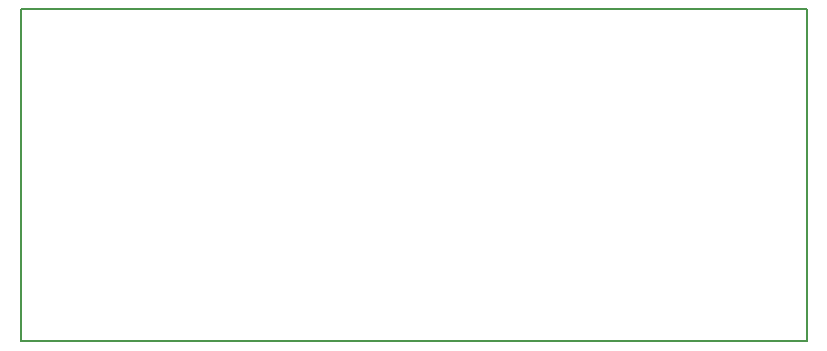
<source format=gm1>
G04 MADE WITH FRITZING*
G04 WWW.FRITZING.ORG*
G04 DOUBLE SIDED*
G04 HOLES PLATED*
G04 CONTOUR ON CENTER OF CONTOUR VECTOR*
%ASAXBY*%
%FSLAX23Y23*%
%MOIN*%
%OFA0B0*%
%SFA1.0B1.0*%
%ADD10R,2.626660X1.116180*%
%ADD11C,0.008000*%
%ADD10C,0.008*%
%LNCONTOUR*%
G90*
G70*
G54D10*
G54D11*
X4Y1112D02*
X2623Y1112D01*
X2623Y4D01*
X4Y4D01*
X4Y1112D01*
D02*
G04 End of contour*
M02*
</source>
